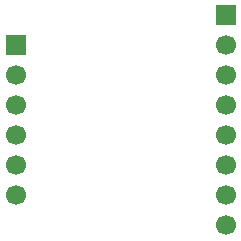
<source format=gbs>
G04 #@! TF.GenerationSoftware,KiCad,Pcbnew,9.0.4*
G04 #@! TF.CreationDate,2025-12-19T23:39:26-05:00*
G04 #@! TF.ProjectId,AD5689RARUZ-RL7_breakboard,41443536-3839-4524-9152-555a2d524c37,rev?*
G04 #@! TF.SameCoordinates,Original*
G04 #@! TF.FileFunction,Soldermask,Bot*
G04 #@! TF.FilePolarity,Negative*
%FSLAX46Y46*%
G04 Gerber Fmt 4.6, Leading zero omitted, Abs format (unit mm)*
G04 Created by KiCad (PCBNEW 9.0.4) date 2025-12-19 23:39:26*
%MOMM*%
%LPD*%
G01*
G04 APERTURE LIST*
%ADD10R,1.700000X1.700000*%
%ADD11C,1.700000*%
G04 APERTURE END LIST*
D10*
X153530000Y-64770000D03*
D11*
X153530000Y-67310000D03*
X153530000Y-69850000D03*
X153530000Y-72390000D03*
X153530000Y-74930000D03*
X153530000Y-77470000D03*
X153530000Y-80010000D03*
X153530000Y-82550000D03*
D10*
X135750000Y-67310000D03*
D11*
X135750000Y-69850000D03*
X135750000Y-72390000D03*
X135750000Y-74930000D03*
X135750000Y-77470000D03*
X135750000Y-80010000D03*
M02*

</source>
